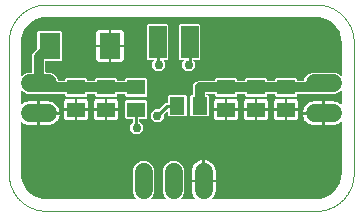
<source format=gbl>
G04 EAGLE Gerber X2 export*
G75*
%MOMM*%
%FSLAX35Y35*%
%LPD*%
%AMOC8*
5,1,8,0,0,1.08239X$1,22.5*%
G01*
%ADD10C,0.000000*%
%ADD11R,1.300000X1.500000*%
%ADD12R,1.500000X1.300000*%
%ADD13R,1.500000X2.700000*%
%ADD14C,1.524000*%
%ADD15R,1.800000X2.200000*%
%ADD16C,0.812800*%
%ADD17C,0.756400*%
%ADD18C,0.254000*%

G36*
X2093854Y1371608D02*
X2093854Y1371608D01*
X2093894Y1371601D01*
X2094825Y1371806D01*
X2095764Y1371996D01*
X2095798Y1372019D01*
X2095837Y1372028D01*
X2096614Y1372579D01*
X2097405Y1373122D01*
X2097427Y1373156D01*
X2097460Y1373179D01*
X2097958Y1373985D01*
X2098477Y1374798D01*
X2098484Y1374838D01*
X2098505Y1374873D01*
X2098650Y1375817D01*
X2098811Y1376760D01*
X2098801Y1376799D01*
X2098808Y1376839D01*
X2098572Y1377769D01*
X2098353Y1378696D01*
X2098328Y1378729D01*
X2098318Y1378768D01*
X2097349Y1380135D01*
X2081480Y1396003D01*
X2067559Y1429611D01*
X2067559Y1618389D01*
X2081480Y1651997D01*
X2107203Y1677719D01*
X2140811Y1691640D01*
X2177189Y1691640D01*
X2210797Y1677719D01*
X2236519Y1651997D01*
X2250440Y1618389D01*
X2250440Y1429611D01*
X2236519Y1396003D01*
X2220651Y1380135D01*
X2220629Y1380101D01*
X2220595Y1380078D01*
X2220077Y1379269D01*
X2219552Y1378476D01*
X2219544Y1378436D01*
X2219523Y1378402D01*
X2219363Y1377459D01*
X2219187Y1376520D01*
X2219196Y1376480D01*
X2219189Y1376440D01*
X2219410Y1375504D01*
X2219614Y1374576D01*
X2219638Y1374543D01*
X2219647Y1374503D01*
X2220216Y1373729D01*
X2220766Y1372953D01*
X2220800Y1372932D01*
X2220824Y1372899D01*
X2221652Y1372407D01*
X2222459Y1371908D01*
X2222499Y1371902D01*
X2222534Y1371881D01*
X2224186Y1371600D01*
X2347814Y1371600D01*
X2347854Y1371608D01*
X2347894Y1371601D01*
X2348825Y1371806D01*
X2349764Y1371996D01*
X2349798Y1372019D01*
X2349837Y1372028D01*
X2350614Y1372579D01*
X2351405Y1373122D01*
X2351427Y1373156D01*
X2351460Y1373179D01*
X2351958Y1373985D01*
X2352477Y1374798D01*
X2352484Y1374838D01*
X2352505Y1374873D01*
X2352650Y1375817D01*
X2352811Y1376760D01*
X2352801Y1376799D01*
X2352808Y1376839D01*
X2352572Y1377769D01*
X2352353Y1378696D01*
X2352328Y1378729D01*
X2352318Y1378768D01*
X2351349Y1380135D01*
X2335480Y1396003D01*
X2321559Y1429611D01*
X2321559Y1618389D01*
X2335480Y1651997D01*
X2361203Y1677719D01*
X2394811Y1691640D01*
X2431189Y1691640D01*
X2464797Y1677719D01*
X2490519Y1651997D01*
X2504440Y1618389D01*
X2504440Y1429611D01*
X2490519Y1396003D01*
X2474651Y1380135D01*
X2474629Y1380101D01*
X2474595Y1380078D01*
X2474077Y1379269D01*
X2473552Y1378476D01*
X2473544Y1378436D01*
X2473523Y1378402D01*
X2473363Y1377459D01*
X2473187Y1376520D01*
X2473196Y1376480D01*
X2473189Y1376440D01*
X2473410Y1375504D01*
X2473614Y1374576D01*
X2473638Y1374543D01*
X2473647Y1374503D01*
X2474216Y1373729D01*
X2474766Y1372953D01*
X2474800Y1372932D01*
X2474824Y1372899D01*
X2475652Y1372407D01*
X2476459Y1371908D01*
X2476499Y1371902D01*
X2476534Y1371881D01*
X2478186Y1371600D01*
X2587445Y1371600D01*
X2587485Y1371608D01*
X2587526Y1371601D01*
X2588461Y1371807D01*
X2589395Y1371996D01*
X2589429Y1372019D01*
X2589469Y1372028D01*
X2590249Y1372582D01*
X2591037Y1373122D01*
X2591059Y1373156D01*
X2591092Y1373180D01*
X2591593Y1373991D01*
X2592109Y1374798D01*
X2592116Y1374838D01*
X2592137Y1374873D01*
X2592283Y1375822D01*
X2592442Y1376760D01*
X2592433Y1376799D01*
X2592439Y1376840D01*
X2592204Y1377767D01*
X2591984Y1378696D01*
X2591960Y1378729D01*
X2591950Y1378769D01*
X2590980Y1380135D01*
X2589504Y1381611D01*
X2580103Y1394550D01*
X2572843Y1408798D01*
X2567901Y1424008D01*
X2565399Y1439803D01*
X2565399Y1514001D01*
X2661998Y1514001D01*
X2662078Y1514017D01*
X2662158Y1514003D01*
X2663052Y1514215D01*
X2663948Y1514397D01*
X2664015Y1514443D01*
X2664095Y1514461D01*
X2664835Y1515004D01*
X2665590Y1515522D01*
X2665633Y1515590D01*
X2665699Y1515638D01*
X2666169Y1516428D01*
X2666662Y1517198D01*
X2666675Y1517278D01*
X2666717Y1517348D01*
X2666998Y1519000D01*
X2666998Y1524002D01*
X2667002Y1524002D01*
X2667002Y1519000D01*
X2667018Y1518920D01*
X2667004Y1518840D01*
X2667216Y1517947D01*
X2667398Y1517050D01*
X2667444Y1516983D01*
X2667463Y1516904D01*
X2668005Y1516164D01*
X2668523Y1515409D01*
X2668592Y1515365D01*
X2668640Y1515299D01*
X2669429Y1514830D01*
X2670199Y1514337D01*
X2670279Y1514323D01*
X2670349Y1514281D01*
X2672001Y1514001D01*
X2768600Y1514001D01*
X2768600Y1439803D01*
X2766099Y1424008D01*
X2761156Y1408798D01*
X2753897Y1394550D01*
X2744496Y1381611D01*
X2743020Y1380135D01*
X2742997Y1380101D01*
X2742963Y1380078D01*
X2742443Y1379264D01*
X2741921Y1378476D01*
X2741913Y1378436D01*
X2741891Y1378402D01*
X2741730Y1377456D01*
X2741556Y1376520D01*
X2741564Y1376480D01*
X2741558Y1376440D01*
X2741778Y1375508D01*
X2741983Y1374577D01*
X2742006Y1374543D01*
X2742016Y1374503D01*
X2742581Y1373733D01*
X2743134Y1372954D01*
X2743168Y1372933D01*
X2743193Y1372899D01*
X2744018Y1372408D01*
X2744827Y1371908D01*
X2744867Y1371902D01*
X2744903Y1371881D01*
X2746554Y1371600D01*
X3619500Y1371600D01*
X3619645Y1371630D01*
X3619827Y1371611D01*
X3647355Y1373415D01*
X3647742Y1373521D01*
X3648322Y1373575D01*
X3701502Y1387824D01*
X3701913Y1388029D01*
X3702708Y1388324D01*
X3750388Y1415852D01*
X3750732Y1416156D01*
X3751423Y1416647D01*
X3790353Y1455577D01*
X3790606Y1455958D01*
X3791148Y1456612D01*
X3818676Y1504292D01*
X3818785Y1504619D01*
X3818889Y1504782D01*
X3818914Y1504929D01*
X3819175Y1505498D01*
X3833425Y1558678D01*
X3833449Y1559078D01*
X3833584Y1559645D01*
X3835389Y1587173D01*
X3835369Y1587320D01*
X3835399Y1587500D01*
X3835399Y2015945D01*
X3835391Y2015985D01*
X3835399Y2016026D01*
X3835193Y2016961D01*
X3835003Y2017895D01*
X3834980Y2017929D01*
X3834972Y2017969D01*
X3834423Y2018742D01*
X3833878Y2019537D01*
X3833843Y2019559D01*
X3833820Y2019592D01*
X3833009Y2020093D01*
X3832202Y2020609D01*
X3832162Y2020616D01*
X3832127Y2020637D01*
X3831178Y2020783D01*
X3830240Y2020942D01*
X3830200Y2020933D01*
X3830160Y2020939D01*
X3829233Y2020704D01*
X3828304Y2020484D01*
X3828271Y2020460D01*
X3828231Y2020450D01*
X3826865Y2019480D01*
X3825389Y2018004D01*
X3812450Y2008603D01*
X3798202Y2001343D01*
X3782991Y1996401D01*
X3767196Y1993899D01*
X3692999Y1993899D01*
X3692999Y2090498D01*
X3692983Y2090578D01*
X3692996Y2090658D01*
X3692785Y2091552D01*
X3692603Y2092448D01*
X3692557Y2092515D01*
X3692538Y2092595D01*
X3691995Y2093335D01*
X3691478Y2094090D01*
X3691409Y2094133D01*
X3691361Y2094199D01*
X3690572Y2094669D01*
X3689801Y2095162D01*
X3689721Y2095175D01*
X3689651Y2095217D01*
X3687999Y2095498D01*
X3682998Y2095498D01*
X3682998Y2095502D01*
X3687999Y2095502D01*
X3688079Y2095518D01*
X3688159Y2095504D01*
X3689053Y2095716D01*
X3689949Y2095898D01*
X3690016Y2095944D01*
X3690096Y2095963D01*
X3690836Y2096505D01*
X3691591Y2097023D01*
X3691634Y2097092D01*
X3691700Y2097140D01*
X3692170Y2097929D01*
X3692663Y2098699D01*
X3692676Y2098779D01*
X3692718Y2098849D01*
X3692999Y2100501D01*
X3692999Y2197100D01*
X3767196Y2197100D01*
X3782991Y2194599D01*
X3798202Y2189656D01*
X3812450Y2182397D01*
X3825389Y2172996D01*
X3826865Y2171520D01*
X3826898Y2171497D01*
X3826922Y2171463D01*
X3827735Y2170943D01*
X3828523Y2170421D01*
X3828563Y2170413D01*
X3828598Y2170391D01*
X3829544Y2170230D01*
X3830479Y2170056D01*
X3830519Y2170064D01*
X3830560Y2170058D01*
X3831492Y2170278D01*
X3832423Y2170483D01*
X3832457Y2170506D01*
X3832496Y2170516D01*
X3833267Y2171081D01*
X3834046Y2171634D01*
X3834067Y2171668D01*
X3834101Y2171693D01*
X3834592Y2172518D01*
X3835092Y2173327D01*
X3835098Y2173367D01*
X3835119Y2173403D01*
X3835399Y2175054D01*
X3835399Y2284314D01*
X3835391Y2284354D01*
X3835399Y2284394D01*
X3835194Y2285325D01*
X3835003Y2286264D01*
X3834980Y2286298D01*
X3834972Y2286337D01*
X3834420Y2287114D01*
X3833878Y2287905D01*
X3833844Y2287927D01*
X3833820Y2287960D01*
X3833014Y2288458D01*
X3832202Y2288977D01*
X3832161Y2288984D01*
X3832127Y2289005D01*
X3831183Y2289150D01*
X3830240Y2289311D01*
X3830201Y2289301D01*
X3830160Y2289308D01*
X3829231Y2289072D01*
X3828304Y2288853D01*
X3828271Y2288828D01*
X3828231Y2288818D01*
X3826865Y2287849D01*
X3810997Y2271980D01*
X3777389Y2258059D01*
X3588611Y2258059D01*
X3580935Y2261239D01*
X3580797Y2261266D01*
X3580674Y2261339D01*
X3579022Y2261619D01*
X3460740Y2261619D01*
X3460660Y2261603D01*
X3460580Y2261617D01*
X3459686Y2261405D01*
X3458790Y2261223D01*
X3458723Y2261178D01*
X3458643Y2261159D01*
X3457903Y2260616D01*
X3457148Y2260098D01*
X3457105Y2260030D01*
X3457039Y2259982D01*
X3456569Y2259193D01*
X3456076Y2258422D01*
X3456063Y2258342D01*
X3456021Y2258272D01*
X3455740Y2256620D01*
X3455740Y2246187D01*
X3446813Y2237259D01*
X3284187Y2237259D01*
X3275259Y2246187D01*
X3275259Y2256620D01*
X3275255Y2256640D01*
X3275257Y2256650D01*
X3275244Y2256704D01*
X3275257Y2256780D01*
X3275045Y2257673D01*
X3274863Y2258570D01*
X3274818Y2258637D01*
X3274799Y2258716D01*
X3274256Y2259456D01*
X3273738Y2260211D01*
X3273670Y2260255D01*
X3273622Y2260321D01*
X3272833Y2260790D01*
X3272062Y2261283D01*
X3271982Y2261297D01*
X3271912Y2261339D01*
X3270260Y2261619D01*
X3206740Y2261619D01*
X3206660Y2261603D01*
X3206580Y2261617D01*
X3205686Y2261405D01*
X3204790Y2261223D01*
X3204723Y2261178D01*
X3204643Y2261159D01*
X3203903Y2260616D01*
X3203148Y2260098D01*
X3203105Y2260030D01*
X3203039Y2259982D01*
X3202569Y2259193D01*
X3202076Y2258422D01*
X3202063Y2258342D01*
X3202021Y2258272D01*
X3201740Y2256620D01*
X3201740Y2246187D01*
X3192813Y2237259D01*
X3030187Y2237259D01*
X3021259Y2246187D01*
X3021259Y2256620D01*
X3021255Y2256640D01*
X3021257Y2256650D01*
X3021244Y2256704D01*
X3021257Y2256780D01*
X3021045Y2257673D01*
X3020863Y2258570D01*
X3020818Y2258637D01*
X3020799Y2258716D01*
X3020256Y2259456D01*
X3019738Y2260211D01*
X3019670Y2260255D01*
X3019622Y2260321D01*
X3018833Y2260790D01*
X3018062Y2261283D01*
X3017982Y2261297D01*
X3017912Y2261339D01*
X3016260Y2261619D01*
X2952740Y2261619D01*
X2952660Y2261603D01*
X2952580Y2261617D01*
X2951686Y2261405D01*
X2950790Y2261223D01*
X2950723Y2261178D01*
X2950643Y2261159D01*
X2949903Y2260616D01*
X2949148Y2260098D01*
X2949105Y2260030D01*
X2949039Y2259982D01*
X2948569Y2259193D01*
X2948076Y2258422D01*
X2948063Y2258342D01*
X2948021Y2258272D01*
X2947740Y2256620D01*
X2947740Y2246187D01*
X2938813Y2237259D01*
X2776187Y2237259D01*
X2767259Y2246187D01*
X2767259Y2256620D01*
X2767255Y2256640D01*
X2767257Y2256650D01*
X2767244Y2256704D01*
X2767257Y2256780D01*
X2767045Y2257673D01*
X2766863Y2258570D01*
X2766818Y2258637D01*
X2766799Y2258716D01*
X2766256Y2259456D01*
X2765738Y2260211D01*
X2765670Y2260255D01*
X2765622Y2260321D01*
X2764833Y2260790D01*
X2764062Y2261283D01*
X2763982Y2261297D01*
X2763912Y2261339D01*
X2762260Y2261619D01*
X2695880Y2261619D01*
X2695800Y2261603D01*
X2695720Y2261617D01*
X2694826Y2261405D01*
X2693930Y2261223D01*
X2693863Y2261178D01*
X2693783Y2261159D01*
X2693043Y2260616D01*
X2692288Y2260098D01*
X2692245Y2260030D01*
X2692179Y2259982D01*
X2691709Y2259193D01*
X2691216Y2258422D01*
X2691203Y2258342D01*
X2691161Y2258272D01*
X2690880Y2256620D01*
X2690880Y2254240D01*
X2690897Y2254160D01*
X2690883Y2254080D01*
X2691094Y2253186D01*
X2691276Y2252290D01*
X2691322Y2252223D01*
X2691341Y2252143D01*
X2691884Y2251403D01*
X2692402Y2250648D01*
X2692470Y2250605D01*
X2692518Y2250539D01*
X2693307Y2250069D01*
X2694078Y2249576D01*
X2694158Y2249563D01*
X2694228Y2249521D01*
X2695880Y2249240D01*
X2706313Y2249240D01*
X2715240Y2240313D01*
X2715240Y2077687D01*
X2706313Y2068759D01*
X2563687Y2068759D01*
X2554759Y2077687D01*
X2554759Y2240313D01*
X2563687Y2249240D01*
X2574120Y2249240D01*
X2574200Y2249257D01*
X2574280Y2249243D01*
X2575173Y2249454D01*
X2576070Y2249636D01*
X2576137Y2249682D01*
X2576216Y2249701D01*
X2576956Y2250244D01*
X2577711Y2250762D01*
X2577755Y2250830D01*
X2577821Y2250878D01*
X2578290Y2251667D01*
X2578783Y2252438D01*
X2578797Y2252518D01*
X2578839Y2252588D01*
X2579119Y2254240D01*
X2579119Y2328616D01*
X2587627Y2349154D01*
X2603346Y2364873D01*
X2623884Y2373380D01*
X2762260Y2373380D01*
X2762340Y2373397D01*
X2762420Y2373383D01*
X2763313Y2373594D01*
X2764210Y2373776D01*
X2764277Y2373822D01*
X2764356Y2373841D01*
X2765096Y2374384D01*
X2765851Y2374902D01*
X2765895Y2374970D01*
X2765961Y2375018D01*
X2766430Y2375807D01*
X2766923Y2376578D01*
X2766937Y2376658D01*
X2766979Y2376728D01*
X2767259Y2378380D01*
X2767259Y2388813D01*
X2776187Y2397740D01*
X2938813Y2397740D01*
X2947740Y2388813D01*
X2947740Y2378380D01*
X2947757Y2378300D01*
X2947743Y2378220D01*
X2947954Y2377326D01*
X2948136Y2376430D01*
X2948182Y2376363D01*
X2948201Y2376283D01*
X2948744Y2375543D01*
X2949262Y2374788D01*
X2949330Y2374745D01*
X2949378Y2374679D01*
X2950167Y2374209D01*
X2950938Y2373716D01*
X2951018Y2373703D01*
X2951088Y2373661D01*
X2952740Y2373380D01*
X3016260Y2373380D01*
X3016340Y2373397D01*
X3016420Y2373383D01*
X3017313Y2373594D01*
X3018210Y2373776D01*
X3018277Y2373822D01*
X3018356Y2373841D01*
X3019096Y2374384D01*
X3019851Y2374902D01*
X3019895Y2374970D01*
X3019961Y2375018D01*
X3020430Y2375807D01*
X3020923Y2376578D01*
X3020937Y2376658D01*
X3020979Y2376728D01*
X3021259Y2378380D01*
X3021259Y2388813D01*
X3030187Y2397740D01*
X3192813Y2397740D01*
X3201740Y2388813D01*
X3201740Y2378380D01*
X3201757Y2378300D01*
X3201743Y2378220D01*
X3201954Y2377326D01*
X3202136Y2376430D01*
X3202182Y2376363D01*
X3202201Y2376283D01*
X3202744Y2375543D01*
X3203262Y2374788D01*
X3203330Y2374745D01*
X3203378Y2374679D01*
X3204167Y2374209D01*
X3204938Y2373716D01*
X3205018Y2373703D01*
X3205088Y2373661D01*
X3206740Y2373380D01*
X3270260Y2373380D01*
X3270340Y2373397D01*
X3270420Y2373383D01*
X3271313Y2373594D01*
X3272210Y2373776D01*
X3272277Y2373822D01*
X3272356Y2373841D01*
X3273096Y2374384D01*
X3273851Y2374902D01*
X3273895Y2374970D01*
X3273961Y2375018D01*
X3274430Y2375807D01*
X3274923Y2376578D01*
X3274937Y2376658D01*
X3274979Y2376728D01*
X3275259Y2378380D01*
X3275259Y2388813D01*
X3284187Y2397740D01*
X3446813Y2397740D01*
X3455740Y2388813D01*
X3455740Y2378380D01*
X3455757Y2378300D01*
X3455743Y2378220D01*
X3455954Y2377326D01*
X3456136Y2376430D01*
X3456182Y2376363D01*
X3456201Y2376283D01*
X3456744Y2375543D01*
X3457262Y2374788D01*
X3457330Y2374745D01*
X3457378Y2374679D01*
X3458167Y2374209D01*
X3458938Y2373716D01*
X3459018Y2373703D01*
X3459088Y2373661D01*
X3460740Y2373380D01*
X3514377Y2373380D01*
X3514476Y2373401D01*
X3514576Y2373384D01*
X3515447Y2373598D01*
X3516327Y2373776D01*
X3516410Y2373834D01*
X3516509Y2373858D01*
X3517228Y2374394D01*
X3517968Y2374902D01*
X3518023Y2374987D01*
X3518104Y2375048D01*
X3518995Y2376467D01*
X3529280Y2401297D01*
X3555003Y2427019D01*
X3566698Y2431864D01*
X3566699Y2431864D01*
X3588611Y2440940D01*
X3777389Y2440940D01*
X3810997Y2427019D01*
X3826865Y2411151D01*
X3826898Y2411129D01*
X3826922Y2411095D01*
X3827731Y2410577D01*
X3828524Y2410052D01*
X3828564Y2410044D01*
X3828598Y2410023D01*
X3829540Y2409863D01*
X3830480Y2409687D01*
X3830520Y2409696D01*
X3830560Y2409689D01*
X3831495Y2409910D01*
X3832423Y2410114D01*
X3832456Y2410138D01*
X3832496Y2410147D01*
X3833271Y2410716D01*
X3834046Y2411266D01*
X3834068Y2411300D01*
X3834101Y2411324D01*
X3834593Y2412152D01*
X3835092Y2412959D01*
X3835098Y2412999D01*
X3835119Y2413034D01*
X3835399Y2414686D01*
X3835399Y2698750D01*
X3835370Y2698895D01*
X3835389Y2699077D01*
X3833584Y2726605D01*
X3833479Y2726992D01*
X3833425Y2727572D01*
X3819175Y2780752D01*
X3818971Y2781163D01*
X3818676Y2781958D01*
X3791148Y2829638D01*
X3790844Y2829982D01*
X3790353Y2830673D01*
X3751423Y2869603D01*
X3751042Y2869856D01*
X3750388Y2870398D01*
X3702708Y2897926D01*
X3702273Y2898071D01*
X3701502Y2898425D01*
X3648322Y2912675D01*
X3647921Y2912699D01*
X3647355Y2912834D01*
X3619828Y2914639D01*
X3619681Y2914619D01*
X3619501Y2914649D01*
X1333498Y2914649D01*
X1333353Y2914620D01*
X1333172Y2914639D01*
X1305645Y2912834D01*
X1305258Y2912729D01*
X1304678Y2912675D01*
X1251498Y2898425D01*
X1251087Y2898221D01*
X1250292Y2897926D01*
X1202612Y2870398D01*
X1202268Y2870094D01*
X1201577Y2869603D01*
X1162647Y2830673D01*
X1162394Y2830292D01*
X1161852Y2829638D01*
X1134324Y2781958D01*
X1134178Y2781523D01*
X1133824Y2780752D01*
X1119575Y2727572D01*
X1119550Y2727172D01*
X1119415Y2726605D01*
X1117611Y2699077D01*
X1117631Y2698930D01*
X1117600Y2698750D01*
X1117600Y2414686D01*
X1117608Y2414646D01*
X1117601Y2414606D01*
X1117806Y2413674D01*
X1117996Y2412736D01*
X1118019Y2412702D01*
X1118028Y2412663D01*
X1118579Y2411885D01*
X1119122Y2411095D01*
X1119156Y2411073D01*
X1119179Y2411040D01*
X1119985Y2410542D01*
X1120798Y2410023D01*
X1120838Y2410016D01*
X1120873Y2409994D01*
X1121817Y2409849D01*
X1122760Y2409689D01*
X1122799Y2409698D01*
X1122839Y2409692D01*
X1123769Y2409928D01*
X1124696Y2410147D01*
X1124729Y2410171D01*
X1124768Y2410181D01*
X1126135Y2411151D01*
X1142003Y2427019D01*
X1153698Y2431864D01*
X1153699Y2431864D01*
X1175611Y2440940D01*
X1209120Y2440940D01*
X1209200Y2440957D01*
X1209280Y2440943D01*
X1210173Y2441154D01*
X1211070Y2441336D01*
X1211137Y2441382D01*
X1211216Y2441401D01*
X1211956Y2441944D01*
X1212711Y2442462D01*
X1212755Y2442530D01*
X1212821Y2442578D01*
X1213290Y2443367D01*
X1213783Y2444138D01*
X1213797Y2444218D01*
X1213839Y2444288D01*
X1214119Y2445940D01*
X1214119Y2583866D01*
X1222627Y2604404D01*
X1257545Y2639322D01*
X1257612Y2639423D01*
X1257711Y2639496D01*
X1258161Y2640252D01*
X1258644Y2640981D01*
X1258666Y2641101D01*
X1258729Y2641205D01*
X1259009Y2642857D01*
X1259009Y2783313D01*
X1267937Y2792240D01*
X1460563Y2792240D01*
X1469490Y2783313D01*
X1469490Y2550687D01*
X1460563Y2541759D01*
X1330880Y2541759D01*
X1330800Y2541743D01*
X1330720Y2541757D01*
X1329826Y2541545D01*
X1328930Y2541363D01*
X1328863Y2541318D01*
X1328783Y2541299D01*
X1328043Y2540756D01*
X1327288Y2540238D01*
X1327245Y2540170D01*
X1327179Y2540122D01*
X1326709Y2539333D01*
X1326216Y2538562D01*
X1326203Y2538482D01*
X1326161Y2538412D01*
X1325880Y2536760D01*
X1325880Y2445940D01*
X1325897Y2445860D01*
X1325883Y2445780D01*
X1326094Y2444886D01*
X1326276Y2443990D01*
X1326322Y2443923D01*
X1326341Y2443843D01*
X1326884Y2443103D01*
X1327402Y2442348D01*
X1327470Y2442305D01*
X1327518Y2442239D01*
X1328307Y2441769D01*
X1329078Y2441276D01*
X1329158Y2441263D01*
X1329228Y2441221D01*
X1330880Y2440940D01*
X1364389Y2440940D01*
X1397997Y2427019D01*
X1423719Y2401297D01*
X1434004Y2376467D01*
X1434061Y2376383D01*
X1434084Y2376283D01*
X1434618Y2375556D01*
X1435117Y2374817D01*
X1435201Y2374762D01*
X1435262Y2374679D01*
X1436038Y2374217D01*
X1436784Y2373731D01*
X1436883Y2373713D01*
X1436971Y2373661D01*
X1438623Y2373380D01*
X1492260Y2373380D01*
X1492340Y2373397D01*
X1492420Y2373383D01*
X1493313Y2373594D01*
X1494210Y2373776D01*
X1494277Y2373822D01*
X1494356Y2373841D01*
X1495096Y2374384D01*
X1495851Y2374902D01*
X1495895Y2374970D01*
X1495961Y2375018D01*
X1496430Y2375807D01*
X1496923Y2376578D01*
X1496937Y2376658D01*
X1496979Y2376728D01*
X1497259Y2378380D01*
X1497259Y2388813D01*
X1506187Y2397740D01*
X1668813Y2397740D01*
X1677740Y2388813D01*
X1677740Y2378380D01*
X1677757Y2378300D01*
X1677743Y2378220D01*
X1677954Y2377326D01*
X1678136Y2376430D01*
X1678182Y2376363D01*
X1678201Y2376283D01*
X1678744Y2375543D01*
X1679262Y2374788D01*
X1679330Y2374745D01*
X1679378Y2374679D01*
X1680167Y2374209D01*
X1680938Y2373716D01*
X1681018Y2373703D01*
X1681088Y2373661D01*
X1682740Y2373380D01*
X1746260Y2373380D01*
X1746340Y2373397D01*
X1746420Y2373383D01*
X1747313Y2373594D01*
X1748210Y2373776D01*
X1748277Y2373822D01*
X1748356Y2373841D01*
X1749096Y2374384D01*
X1749851Y2374902D01*
X1749895Y2374970D01*
X1749961Y2375018D01*
X1750430Y2375807D01*
X1750923Y2376578D01*
X1750937Y2376658D01*
X1750979Y2376728D01*
X1751259Y2378380D01*
X1751259Y2388813D01*
X1760187Y2397740D01*
X1922813Y2397740D01*
X1931740Y2388813D01*
X1931740Y2378380D01*
X1931757Y2378300D01*
X1931743Y2378220D01*
X1931954Y2377326D01*
X1932136Y2376430D01*
X1932182Y2376363D01*
X1932201Y2376283D01*
X1932744Y2375543D01*
X1933262Y2374788D01*
X1933330Y2374745D01*
X1933378Y2374679D01*
X1934167Y2374209D01*
X1934938Y2373716D01*
X1935018Y2373703D01*
X1935088Y2373661D01*
X1936740Y2373380D01*
X2000260Y2373380D01*
X2000340Y2373397D01*
X2000420Y2373383D01*
X2001313Y2373594D01*
X2002210Y2373776D01*
X2002277Y2373822D01*
X2002356Y2373841D01*
X2003096Y2374384D01*
X2003851Y2374902D01*
X2003895Y2374970D01*
X2003961Y2375018D01*
X2004430Y2375807D01*
X2004923Y2376578D01*
X2004937Y2376658D01*
X2004979Y2376728D01*
X2005259Y2378380D01*
X2005259Y2388813D01*
X2014187Y2397740D01*
X2176813Y2397740D01*
X2185740Y2388813D01*
X2185740Y2246187D01*
X2176813Y2237259D01*
X2014187Y2237259D01*
X2005259Y2246187D01*
X2005259Y2256620D01*
X2005255Y2256640D01*
X2005257Y2256650D01*
X2005244Y2256704D01*
X2005257Y2256780D01*
X2005045Y2257673D01*
X2004863Y2258570D01*
X2004818Y2258637D01*
X2004799Y2258716D01*
X2004256Y2259456D01*
X2003738Y2260211D01*
X2003670Y2260255D01*
X2003622Y2260321D01*
X2002833Y2260790D01*
X2002062Y2261283D01*
X2001982Y2261297D01*
X2001912Y2261339D01*
X2000260Y2261619D01*
X1936740Y2261619D01*
X1936660Y2261603D01*
X1936580Y2261617D01*
X1935686Y2261405D01*
X1934790Y2261223D01*
X1934723Y2261178D01*
X1934643Y2261159D01*
X1933903Y2260616D01*
X1933148Y2260098D01*
X1933105Y2260030D01*
X1933039Y2259982D01*
X1932569Y2259193D01*
X1932076Y2258422D01*
X1932063Y2258342D01*
X1932021Y2258272D01*
X1931740Y2256620D01*
X1931740Y2246187D01*
X1922813Y2237259D01*
X1760187Y2237259D01*
X1751259Y2246187D01*
X1751259Y2256620D01*
X1751255Y2256640D01*
X1751257Y2256650D01*
X1751244Y2256704D01*
X1751257Y2256780D01*
X1751045Y2257673D01*
X1750863Y2258570D01*
X1750818Y2258637D01*
X1750799Y2258716D01*
X1750256Y2259456D01*
X1749738Y2260211D01*
X1749670Y2260255D01*
X1749622Y2260321D01*
X1748833Y2260790D01*
X1748062Y2261283D01*
X1747982Y2261297D01*
X1747912Y2261339D01*
X1746260Y2261619D01*
X1682740Y2261619D01*
X1682660Y2261603D01*
X1682580Y2261617D01*
X1681686Y2261405D01*
X1680790Y2261223D01*
X1680723Y2261178D01*
X1680643Y2261159D01*
X1679903Y2260616D01*
X1679148Y2260098D01*
X1679105Y2260030D01*
X1679039Y2259982D01*
X1678569Y2259193D01*
X1678076Y2258422D01*
X1678063Y2258342D01*
X1678021Y2258272D01*
X1677740Y2256620D01*
X1677740Y2246187D01*
X1668813Y2237259D01*
X1506187Y2237259D01*
X1497259Y2246187D01*
X1497259Y2256620D01*
X1497255Y2256640D01*
X1497257Y2256650D01*
X1497244Y2256704D01*
X1497257Y2256780D01*
X1497045Y2257673D01*
X1496863Y2258570D01*
X1496818Y2258637D01*
X1496799Y2258716D01*
X1496256Y2259456D01*
X1495738Y2260211D01*
X1495670Y2260255D01*
X1495622Y2260321D01*
X1494833Y2260790D01*
X1494062Y2261283D01*
X1493982Y2261297D01*
X1493912Y2261339D01*
X1492260Y2261619D01*
X1373978Y2261619D01*
X1373838Y2261591D01*
X1373698Y2261612D01*
X1372064Y2261239D01*
X1364389Y2258059D01*
X1175611Y2258059D01*
X1142003Y2271980D01*
X1126135Y2287849D01*
X1126101Y2287871D01*
X1126078Y2287905D01*
X1125269Y2288423D01*
X1124476Y2288948D01*
X1124436Y2288955D01*
X1124402Y2288977D01*
X1123459Y2289137D01*
X1122520Y2289313D01*
X1122480Y2289304D01*
X1122440Y2289311D01*
X1121504Y2289089D01*
X1120576Y2288885D01*
X1120543Y2288862D01*
X1120503Y2288853D01*
X1119729Y2288284D01*
X1118953Y2287734D01*
X1118932Y2287700D01*
X1118899Y2287675D01*
X1118407Y2286848D01*
X1117908Y2286041D01*
X1117902Y2286001D01*
X1117881Y2285966D01*
X1117600Y2284314D01*
X1117600Y2175054D01*
X1117608Y2175014D01*
X1117601Y2174974D01*
X1117807Y2174039D01*
X1117996Y2173104D01*
X1118019Y2173071D01*
X1118028Y2173031D01*
X1118582Y2172251D01*
X1119122Y2171463D01*
X1119156Y2171441D01*
X1119180Y2171408D01*
X1119991Y2170907D01*
X1120798Y2170391D01*
X1120838Y2170384D01*
X1120873Y2170363D01*
X1121822Y2170217D01*
X1122760Y2170058D01*
X1122799Y2170067D01*
X1122840Y2170061D01*
X1123767Y2170296D01*
X1124696Y2170516D01*
X1124729Y2170540D01*
X1124769Y2170550D01*
X1126135Y2171520D01*
X1127611Y2172996D01*
X1140550Y2182397D01*
X1154798Y2189656D01*
X1170008Y2194599D01*
X1185803Y2197100D01*
X1260001Y2197100D01*
X1260001Y2100501D01*
X1260017Y2100422D01*
X1260003Y2100341D01*
X1260215Y2099448D01*
X1260397Y2098551D01*
X1260443Y2098484D01*
X1260461Y2098405D01*
X1261004Y2097665D01*
X1261522Y2096910D01*
X1261590Y2096866D01*
X1261638Y2096801D01*
X1262428Y2096331D01*
X1263198Y2095838D01*
X1263278Y2095824D01*
X1263348Y2095783D01*
X1265000Y2095502D01*
X1270002Y2095502D01*
X1270002Y2095498D01*
X1265000Y2095498D01*
X1264920Y2095482D01*
X1264840Y2095495D01*
X1263947Y2095284D01*
X1263050Y2095102D01*
X1262983Y2095056D01*
X1262904Y2095037D01*
X1262164Y2094494D01*
X1261409Y2093977D01*
X1261365Y2093908D01*
X1261299Y2093860D01*
X1260830Y2093071D01*
X1260337Y2092300D01*
X1260323Y2092220D01*
X1260281Y2092150D01*
X1260001Y2090498D01*
X1260001Y1993899D01*
X1185803Y1993899D01*
X1170008Y1996401D01*
X1154798Y2001343D01*
X1140550Y2008603D01*
X1127611Y2018004D01*
X1126135Y2019480D01*
X1126101Y2019503D01*
X1126078Y2019537D01*
X1125264Y2020057D01*
X1124476Y2020579D01*
X1124436Y2020587D01*
X1124402Y2020609D01*
X1123456Y2020769D01*
X1122520Y2020944D01*
X1122480Y2020935D01*
X1122440Y2020942D01*
X1121508Y2020722D01*
X1120577Y2020517D01*
X1120543Y2020493D01*
X1120503Y2020484D01*
X1119733Y2019918D01*
X1118954Y2019366D01*
X1118933Y2019331D01*
X1118899Y2019307D01*
X1118408Y2018482D01*
X1117908Y2017673D01*
X1117902Y2017633D01*
X1117881Y2017597D01*
X1117600Y2015945D01*
X1117600Y1587500D01*
X1117630Y1587355D01*
X1117611Y1587173D01*
X1119415Y1559645D01*
X1119521Y1559258D01*
X1119575Y1558678D01*
X1133824Y1505498D01*
X1134029Y1505087D01*
X1134207Y1504608D01*
X1134235Y1504487D01*
X1134268Y1504443D01*
X1134324Y1504292D01*
X1161852Y1456612D01*
X1162156Y1456268D01*
X1162647Y1455577D01*
X1201577Y1416647D01*
X1201958Y1416394D01*
X1202612Y1415852D01*
X1250292Y1388324D01*
X1250726Y1388178D01*
X1251498Y1387824D01*
X1304678Y1373575D01*
X1305078Y1373550D01*
X1305645Y1373415D01*
X1333173Y1371611D01*
X1333320Y1371631D01*
X1333500Y1371600D01*
X2093814Y1371600D01*
X2093854Y1371608D01*
G37*
%LPC*%
G36*
X2518021Y2455189D02*
X2518021Y2455189D01*
X2486939Y2486271D01*
X2486939Y2530228D01*
X2497686Y2540975D01*
X2497708Y2541008D01*
X2497743Y2541032D01*
X2498260Y2541841D01*
X2498785Y2542634D01*
X2498793Y2542674D01*
X2498815Y2542708D01*
X2498975Y2543650D01*
X2499150Y2544590D01*
X2499141Y2544630D01*
X2499148Y2544670D01*
X2498927Y2545605D01*
X2498723Y2546533D01*
X2498699Y2546566D01*
X2498690Y2546606D01*
X2498122Y2547381D01*
X2497572Y2548156D01*
X2497537Y2548178D01*
X2497513Y2548211D01*
X2496686Y2548703D01*
X2495878Y2549202D01*
X2495838Y2549208D01*
X2495803Y2549229D01*
X2494151Y2549509D01*
X2466687Y2549509D01*
X2457759Y2558437D01*
X2457759Y2841063D01*
X2466687Y2849990D01*
X2629313Y2849990D01*
X2638240Y2841063D01*
X2638240Y2558437D01*
X2629313Y2549509D01*
X2585848Y2549509D01*
X2585808Y2549501D01*
X2585768Y2549509D01*
X2584837Y2549304D01*
X2583898Y2549113D01*
X2583865Y2549090D01*
X2583825Y2549082D01*
X2583048Y2548530D01*
X2582257Y2547988D01*
X2582235Y2547954D01*
X2582202Y2547930D01*
X2581698Y2547113D01*
X2581185Y2546312D01*
X2581178Y2546271D01*
X2581157Y2546237D01*
X2581012Y2545293D01*
X2580852Y2544350D01*
X2580861Y2544311D01*
X2580855Y2544270D01*
X2581090Y2543341D01*
X2581310Y2542414D01*
X2581334Y2542381D01*
X2581344Y2542341D01*
X2582313Y2540975D01*
X2593060Y2530228D01*
X2593060Y2486271D01*
X2561978Y2455189D01*
X2518021Y2455189D01*
G37*
%LPD*%
%LPC*%
G36*
X2264021Y2455189D02*
X2264021Y2455189D01*
X2232939Y2486271D01*
X2232939Y2530228D01*
X2241686Y2538975D01*
X2241708Y2539008D01*
X2241743Y2539032D01*
X2242260Y2539841D01*
X2242785Y2540634D01*
X2242793Y2540674D01*
X2242815Y2540708D01*
X2242975Y2541650D01*
X2243150Y2542590D01*
X2243141Y2542630D01*
X2243148Y2542670D01*
X2242927Y2543605D01*
X2242723Y2544533D01*
X2242699Y2544566D01*
X2242690Y2544606D01*
X2242122Y2545381D01*
X2241572Y2546156D01*
X2241537Y2546178D01*
X2241513Y2546211D01*
X2240686Y2546703D01*
X2239878Y2547202D01*
X2239838Y2547208D01*
X2239803Y2547229D01*
X2238151Y2547509D01*
X2196687Y2547509D01*
X2187759Y2556437D01*
X2187759Y2839063D01*
X2196687Y2847990D01*
X2359313Y2847990D01*
X2368240Y2839063D01*
X2368240Y2556437D01*
X2359313Y2547509D01*
X2333848Y2547509D01*
X2333808Y2547501D01*
X2333768Y2547509D01*
X2332837Y2547304D01*
X2331898Y2547113D01*
X2331865Y2547090D01*
X2331825Y2547082D01*
X2331048Y2546530D01*
X2330257Y2545988D01*
X2330235Y2545954D01*
X2330202Y2545930D01*
X2329705Y2545124D01*
X2329185Y2544312D01*
X2329178Y2544271D01*
X2329157Y2544237D01*
X2329012Y2543293D01*
X2328852Y2542350D01*
X2328861Y2542311D01*
X2328855Y2542270D01*
X2329088Y2541349D01*
X2329310Y2540414D01*
X2329334Y2540380D01*
X2329344Y2540341D01*
X2330313Y2538975D01*
X2339060Y2530228D01*
X2339060Y2486271D01*
X2307978Y2455189D01*
X2264021Y2455189D01*
G37*
%LPD*%
%LPC*%
G36*
X2253021Y2021939D02*
X2253021Y2021939D01*
X2221939Y2053021D01*
X2221939Y2096978D01*
X2253021Y2128060D01*
X2286476Y2128060D01*
X2286595Y2128084D01*
X2286715Y2128066D01*
X2287567Y2128282D01*
X2288426Y2128456D01*
X2288526Y2128525D01*
X2288644Y2128555D01*
X2290011Y2129525D01*
X2347426Y2186940D01*
X2359760Y2186940D01*
X2359840Y2186957D01*
X2359920Y2186943D01*
X2360813Y2187154D01*
X2361710Y2187336D01*
X2361777Y2187382D01*
X2361856Y2187401D01*
X2362596Y2187944D01*
X2363351Y2188462D01*
X2363395Y2188530D01*
X2363461Y2188578D01*
X2363930Y2189367D01*
X2364423Y2190138D01*
X2364437Y2190218D01*
X2364479Y2190288D01*
X2364759Y2191940D01*
X2364759Y2240313D01*
X2373687Y2249240D01*
X2516313Y2249240D01*
X2525240Y2240313D01*
X2525240Y2077687D01*
X2516313Y2068759D01*
X2373687Y2068759D01*
X2364759Y2077687D01*
X2364759Y2113176D01*
X2364751Y2113216D01*
X2364759Y2113256D01*
X2364554Y2114188D01*
X2364363Y2115126D01*
X2364340Y2115160D01*
X2364332Y2115200D01*
X2363784Y2115972D01*
X2363238Y2116768D01*
X2363204Y2116789D01*
X2363180Y2116823D01*
X2362374Y2117320D01*
X2361562Y2117840D01*
X2361521Y2117847D01*
X2361487Y2117868D01*
X2360543Y2118013D01*
X2359600Y2118173D01*
X2359561Y2118164D01*
X2359520Y2118170D01*
X2358593Y2117935D01*
X2357664Y2117715D01*
X2357631Y2117691D01*
X2357592Y2117681D01*
X2356225Y2116711D01*
X2329525Y2090011D01*
X2329516Y2089998D01*
X2329503Y2089989D01*
X2329448Y2089903D01*
X2329359Y2089837D01*
X2328909Y2089081D01*
X2328426Y2088352D01*
X2328403Y2088232D01*
X2328341Y2088128D01*
X2328060Y2086476D01*
X2328060Y2053021D01*
X2296978Y2021939D01*
X2253021Y2021939D01*
G37*
%LPD*%
%LPC*%
G36*
X2078021Y1921939D02*
X2078021Y1921939D01*
X2046939Y1953021D01*
X2046939Y1996978D01*
X2066095Y2016134D01*
X2066162Y2016235D01*
X2066261Y2016308D01*
X2066711Y2017063D01*
X2067194Y2017793D01*
X2067216Y2017913D01*
X2067279Y2018017D01*
X2067559Y2019669D01*
X2067559Y2042260D01*
X2067543Y2042340D01*
X2067557Y2042420D01*
X2067345Y2043313D01*
X2067163Y2044210D01*
X2067118Y2044277D01*
X2067099Y2044356D01*
X2066556Y2045096D01*
X2066038Y2045851D01*
X2065970Y2045895D01*
X2065922Y2045961D01*
X2065133Y2046430D01*
X2064362Y2046923D01*
X2064282Y2046937D01*
X2064212Y2046979D01*
X2062560Y2047259D01*
X2014187Y2047259D01*
X2005259Y2056187D01*
X2005259Y2198813D01*
X2014187Y2207740D01*
X2176813Y2207740D01*
X2185740Y2198813D01*
X2185740Y2056187D01*
X2176813Y2047259D01*
X2128440Y2047259D01*
X2128360Y2047243D01*
X2128280Y2047257D01*
X2127386Y2047045D01*
X2126490Y2046863D01*
X2126423Y2046818D01*
X2126343Y2046799D01*
X2125603Y2046256D01*
X2124848Y2045738D01*
X2124805Y2045670D01*
X2124739Y2045622D01*
X2124269Y2044833D01*
X2123776Y2044062D01*
X2123763Y2043982D01*
X2123721Y2043912D01*
X2123440Y2042260D01*
X2123440Y2028669D01*
X2123464Y2028550D01*
X2123446Y2028429D01*
X2123662Y2027578D01*
X2123836Y2026719D01*
X2123905Y2026619D01*
X2123935Y2026501D01*
X2124905Y2025134D01*
X2153060Y1996978D01*
X2153060Y1953021D01*
X2121978Y1921939D01*
X2078021Y1921939D01*
G37*
%LPD*%
%LPC*%
G36*
X2676999Y1533999D02*
X2676999Y1533999D01*
X2676999Y1701483D01*
X2690791Y1699299D01*
X2706002Y1694356D01*
X2720250Y1687097D01*
X2733189Y1677696D01*
X2744496Y1666389D01*
X2753897Y1653450D01*
X2761156Y1639202D01*
X2766099Y1623991D01*
X2768600Y1608196D01*
X2768600Y1533999D01*
X2676999Y1533999D01*
G37*
%LPD*%
%LPC*%
G36*
X1279999Y2105499D02*
X1279999Y2105499D01*
X1279999Y2197100D01*
X1354196Y2197100D01*
X1369991Y2194599D01*
X1385202Y2189656D01*
X1399450Y2182397D01*
X1412389Y2172996D01*
X1423696Y2161689D01*
X1433097Y2148750D01*
X1440356Y2134502D01*
X1445299Y2119291D01*
X1447483Y2105499D01*
X1279999Y2105499D01*
G37*
%LPD*%
%LPC*%
G36*
X3505517Y2105499D02*
X3505517Y2105499D01*
X3507701Y2119291D01*
X3512643Y2134502D01*
X3519903Y2148750D01*
X3529304Y2161689D01*
X3540611Y2172996D01*
X3553550Y2182397D01*
X3567798Y2189656D01*
X3583008Y2194599D01*
X3598803Y2197100D01*
X3673001Y2197100D01*
X3673001Y2105499D01*
X3505517Y2105499D01*
G37*
%LPD*%
%LPC*%
G36*
X2565399Y1533999D02*
X2565399Y1533999D01*
X2565399Y1608196D01*
X2567901Y1623991D01*
X2572843Y1639202D01*
X2580103Y1653450D01*
X2589504Y1666389D01*
X2600811Y1677696D01*
X2613750Y1687097D01*
X2627998Y1694356D01*
X2643208Y1699299D01*
X2657001Y1701483D01*
X2657001Y1533999D01*
X2565399Y1533999D01*
G37*
%LPD*%
%LPC*%
G36*
X1279999Y1993899D02*
X1279999Y1993899D01*
X1279999Y2085501D01*
X1447483Y2085501D01*
X1445299Y2071708D01*
X1440356Y2056498D01*
X1433097Y2042250D01*
X1423696Y2029311D01*
X1412389Y2018004D01*
X1399450Y2008603D01*
X1385202Y2001343D01*
X1369991Y1996401D01*
X1354196Y1993899D01*
X1279999Y1993899D01*
G37*
%LPD*%
%LPC*%
G36*
X3598803Y1993899D02*
X3598803Y1993899D01*
X3583008Y1996401D01*
X3567798Y2001343D01*
X3553550Y2008603D01*
X3540611Y2018004D01*
X3529304Y2029311D01*
X3519903Y2042250D01*
X3512643Y2056498D01*
X3507701Y2071708D01*
X3505517Y2085501D01*
X3673001Y2085501D01*
X3673001Y1993899D01*
X3598803Y1993899D01*
G37*
%LPD*%
%LPC*%
G36*
X1884248Y2676998D02*
X1884248Y2676998D01*
X1884248Y2802400D01*
X1967594Y2802400D01*
X1974054Y2800670D01*
X1979847Y2797325D01*
X1984575Y2792597D01*
X1987920Y2786804D01*
X1989650Y2780344D01*
X1989650Y2676998D01*
X1884248Y2676998D01*
G37*
%LPD*%
%LPC*%
G36*
X1758849Y2676998D02*
X1758849Y2676998D01*
X1758849Y2780344D01*
X1760580Y2786804D01*
X1763925Y2792597D01*
X1768653Y2797325D01*
X1774446Y2800670D01*
X1780906Y2802400D01*
X1864251Y2802400D01*
X1864251Y2676998D01*
X1758849Y2676998D01*
G37*
%LPD*%
%LPC*%
G36*
X1884248Y2531599D02*
X1884248Y2531599D01*
X1884248Y2657001D01*
X1989650Y2657001D01*
X1989650Y2553656D01*
X1987920Y2547196D01*
X1984575Y2541403D01*
X1979847Y2536675D01*
X1974054Y2533330D01*
X1967594Y2531599D01*
X1884248Y2531599D01*
G37*
%LPD*%
%LPC*%
G36*
X1780906Y2531599D02*
X1780906Y2531599D01*
X1774446Y2533330D01*
X1768653Y2536675D01*
X1763925Y2541403D01*
X1760580Y2547196D01*
X1758849Y2553656D01*
X1758849Y2657001D01*
X1864251Y2657001D01*
X1864251Y2531599D01*
X1780906Y2531599D01*
G37*
%LPD*%
%LPC*%
G36*
X1851498Y2137498D02*
X1851498Y2137498D01*
X1851498Y2217900D01*
X1919844Y2217900D01*
X1926304Y2216170D01*
X1932097Y2212825D01*
X1936825Y2208097D01*
X1940170Y2202304D01*
X1941900Y2195844D01*
X1941900Y2137498D01*
X1851498Y2137498D01*
G37*
%LPD*%
%LPC*%
G36*
X1597498Y2137498D02*
X1597498Y2137498D01*
X1597498Y2217900D01*
X1665844Y2217900D01*
X1672304Y2216170D01*
X1678097Y2212825D01*
X1682825Y2208097D01*
X1686170Y2202304D01*
X1687900Y2195844D01*
X1687900Y2137498D01*
X1597498Y2137498D01*
G37*
%LPD*%
%LPC*%
G36*
X2867498Y2137498D02*
X2867498Y2137498D01*
X2867498Y2217900D01*
X2935844Y2217900D01*
X2942304Y2216170D01*
X2948097Y2212825D01*
X2952825Y2208097D01*
X2956170Y2202304D01*
X2957900Y2195844D01*
X2957900Y2137498D01*
X2867498Y2137498D01*
G37*
%LPD*%
%LPC*%
G36*
X3375498Y2137498D02*
X3375498Y2137498D01*
X3375498Y2217900D01*
X3443844Y2217900D01*
X3450304Y2216170D01*
X3456097Y2212825D01*
X3460825Y2208097D01*
X3464170Y2202304D01*
X3465900Y2195844D01*
X3465900Y2137498D01*
X3375498Y2137498D01*
G37*
%LPD*%
%LPC*%
G36*
X3121498Y2137498D02*
X3121498Y2137498D01*
X3121498Y2217900D01*
X3189844Y2217900D01*
X3196304Y2216170D01*
X3202097Y2212825D01*
X3206825Y2208097D01*
X3210170Y2202304D01*
X3211900Y2195844D01*
X3211900Y2137498D01*
X3121498Y2137498D01*
G37*
%LPD*%
%LPC*%
G36*
X2757099Y2137498D02*
X2757099Y2137498D01*
X2757099Y2195844D01*
X2758830Y2202304D01*
X2762175Y2208097D01*
X2766903Y2212825D01*
X2772696Y2216170D01*
X2779156Y2217900D01*
X2847501Y2217900D01*
X2847501Y2137498D01*
X2757099Y2137498D01*
G37*
%LPD*%
%LPC*%
G36*
X3011099Y2137498D02*
X3011099Y2137498D01*
X3011099Y2195844D01*
X3012830Y2202304D01*
X3016175Y2208097D01*
X3020903Y2212825D01*
X3026696Y2216170D01*
X3033156Y2217900D01*
X3101501Y2217900D01*
X3101501Y2137498D01*
X3011099Y2137498D01*
G37*
%LPD*%
%LPC*%
G36*
X3265099Y2137498D02*
X3265099Y2137498D01*
X3265099Y2195844D01*
X3266830Y2202304D01*
X3270175Y2208097D01*
X3274903Y2212825D01*
X3280696Y2216170D01*
X3287156Y2217900D01*
X3355501Y2217900D01*
X3355501Y2137498D01*
X3265099Y2137498D01*
G37*
%LPD*%
%LPC*%
G36*
X1741099Y2137498D02*
X1741099Y2137498D01*
X1741099Y2195844D01*
X1742830Y2202304D01*
X1746175Y2208097D01*
X1750903Y2212825D01*
X1756696Y2216170D01*
X1763156Y2217900D01*
X1831501Y2217900D01*
X1831501Y2137498D01*
X1741099Y2137498D01*
G37*
%LPD*%
%LPC*%
G36*
X1487099Y2137498D02*
X1487099Y2137498D01*
X1487099Y2195844D01*
X1488830Y2202304D01*
X1492175Y2208097D01*
X1496903Y2212825D01*
X1502696Y2216170D01*
X1509156Y2217900D01*
X1577501Y2217900D01*
X1577501Y2137498D01*
X1487099Y2137498D01*
G37*
%LPD*%
%LPC*%
G36*
X2867498Y2037099D02*
X2867498Y2037099D01*
X2867498Y2117501D01*
X2957900Y2117501D01*
X2957900Y2059156D01*
X2956170Y2052696D01*
X2952825Y2046903D01*
X2948097Y2042175D01*
X2942304Y2038830D01*
X2935844Y2037099D01*
X2867498Y2037099D01*
G37*
%LPD*%
%LPC*%
G36*
X3375498Y2037099D02*
X3375498Y2037099D01*
X3375498Y2117501D01*
X3465900Y2117501D01*
X3465900Y2059156D01*
X3464170Y2052696D01*
X3460825Y2046903D01*
X3456097Y2042175D01*
X3450304Y2038830D01*
X3443844Y2037099D01*
X3375498Y2037099D01*
G37*
%LPD*%
%LPC*%
G36*
X3121498Y2037099D02*
X3121498Y2037099D01*
X3121498Y2117501D01*
X3211900Y2117501D01*
X3211900Y2059156D01*
X3210170Y2052696D01*
X3206825Y2046903D01*
X3202097Y2042175D01*
X3196304Y2038830D01*
X3189844Y2037099D01*
X3121498Y2037099D01*
G37*
%LPD*%
%LPC*%
G36*
X1851498Y2037099D02*
X1851498Y2037099D01*
X1851498Y2117501D01*
X1941900Y2117501D01*
X1941900Y2059156D01*
X1940170Y2052696D01*
X1936825Y2046903D01*
X1932097Y2042175D01*
X1926304Y2038830D01*
X1919844Y2037099D01*
X1851498Y2037099D01*
G37*
%LPD*%
%LPC*%
G36*
X1597498Y2037099D02*
X1597498Y2037099D01*
X1597498Y2117501D01*
X1687900Y2117501D01*
X1687900Y2059156D01*
X1686170Y2052696D01*
X1682825Y2046903D01*
X1678097Y2042175D01*
X1672304Y2038830D01*
X1665844Y2037099D01*
X1597498Y2037099D01*
G37*
%LPD*%
%LPC*%
G36*
X3033156Y2037099D02*
X3033156Y2037099D01*
X3026696Y2038830D01*
X3020903Y2042175D01*
X3016175Y2046903D01*
X3012830Y2052696D01*
X3011099Y2059156D01*
X3011099Y2117501D01*
X3101501Y2117501D01*
X3101501Y2037099D01*
X3033156Y2037099D01*
G37*
%LPD*%
%LPC*%
G36*
X3287156Y2037099D02*
X3287156Y2037099D01*
X3280696Y2038830D01*
X3274903Y2042175D01*
X3270175Y2046903D01*
X3266830Y2052696D01*
X3265099Y2059156D01*
X3265099Y2117501D01*
X3355501Y2117501D01*
X3355501Y2037099D01*
X3287156Y2037099D01*
G37*
%LPD*%
%LPC*%
G36*
X2779156Y2037099D02*
X2779156Y2037099D01*
X2772696Y2038830D01*
X2766903Y2042175D01*
X2762175Y2046903D01*
X2758830Y2052696D01*
X2757099Y2059156D01*
X2757099Y2117501D01*
X2847501Y2117501D01*
X2847501Y2037099D01*
X2779156Y2037099D01*
G37*
%LPD*%
%LPC*%
G36*
X1763156Y2037099D02*
X1763156Y2037099D01*
X1756696Y2038830D01*
X1750903Y2042175D01*
X1746175Y2046903D01*
X1742830Y2052696D01*
X1741099Y2059156D01*
X1741099Y2117501D01*
X1831501Y2117501D01*
X1831501Y2037099D01*
X1763156Y2037099D01*
G37*
%LPD*%
%LPC*%
G36*
X1509156Y2037099D02*
X1509156Y2037099D01*
X1502696Y2038830D01*
X1496903Y2042175D01*
X1492175Y2046903D01*
X1488830Y2052696D01*
X1487099Y2059156D01*
X1487099Y2117501D01*
X1577501Y2117501D01*
X1577501Y2037099D01*
X1509156Y2037099D01*
G37*
%LPD*%
%LPC*%
G36*
X1874248Y2666998D02*
X1874248Y2666998D01*
X1874248Y2667002D01*
X1874252Y2667002D01*
X1874252Y2666998D01*
X1874248Y2666998D01*
G37*
%LPD*%
%LPC*%
G36*
X1841498Y2127498D02*
X1841498Y2127498D01*
X1841498Y2127502D01*
X1841502Y2127502D01*
X1841502Y2127498D01*
X1841498Y2127498D01*
G37*
%LPD*%
%LPC*%
G36*
X1587498Y2127498D02*
X1587498Y2127498D01*
X1587498Y2127502D01*
X1587502Y2127502D01*
X1587502Y2127498D01*
X1587498Y2127498D01*
G37*
%LPD*%
%LPC*%
G36*
X3111498Y2127498D02*
X3111498Y2127498D01*
X3111498Y2127502D01*
X3111502Y2127502D01*
X3111502Y2127498D01*
X3111498Y2127498D01*
G37*
%LPD*%
%LPC*%
G36*
X3365498Y2127498D02*
X3365498Y2127498D01*
X3365498Y2127502D01*
X3365502Y2127502D01*
X3365502Y2127498D01*
X3365498Y2127498D01*
G37*
%LPD*%
%LPC*%
G36*
X2857498Y2127498D02*
X2857498Y2127498D01*
X2857498Y2127502D01*
X2857502Y2127502D01*
X2857502Y2127498D01*
X2857498Y2127498D01*
G37*
%LPD*%
D10*
X1016000Y1587500D02*
X1016093Y1579828D01*
X1016371Y1572161D01*
X1016834Y1564502D01*
X1017482Y1556857D01*
X1018315Y1549230D01*
X1019332Y1541625D01*
X1020532Y1534047D01*
X1021915Y1526500D01*
X1023480Y1518989D01*
X1025226Y1511517D01*
X1027152Y1504090D01*
X1029257Y1496712D01*
X1031540Y1489387D01*
X1033998Y1482119D01*
X1036632Y1474913D01*
X1039440Y1467772D01*
X1042418Y1460702D01*
X1045567Y1453705D01*
X1048884Y1446787D01*
X1052368Y1439950D01*
X1056015Y1433200D01*
X1059825Y1426540D01*
X1063794Y1419974D01*
X1067921Y1413506D01*
X1072203Y1407139D01*
X1076637Y1400878D01*
X1081222Y1394726D01*
X1085953Y1388686D01*
X1090830Y1382763D01*
X1095848Y1376959D01*
X1101005Y1371277D01*
X1106297Y1365723D01*
X1111723Y1360297D01*
X1117277Y1355005D01*
X1122959Y1349848D01*
X1128763Y1344830D01*
X1134686Y1339953D01*
X1140726Y1335222D01*
X1146878Y1330637D01*
X1153139Y1326203D01*
X1159506Y1321921D01*
X1165974Y1317794D01*
X1172540Y1313825D01*
X1179200Y1310015D01*
X1185950Y1306368D01*
X1192787Y1302884D01*
X1199705Y1299567D01*
X1206702Y1296418D01*
X1213772Y1293440D01*
X1220913Y1290632D01*
X1228119Y1287998D01*
X1235387Y1285540D01*
X1242712Y1283257D01*
X1250090Y1281152D01*
X1257517Y1279226D01*
X1264989Y1277480D01*
X1272500Y1275915D01*
X1280047Y1274532D01*
X1287625Y1273332D01*
X1295230Y1272315D01*
X1302857Y1271482D01*
X1310502Y1270834D01*
X1318161Y1270371D01*
X1325828Y1270093D01*
X1333500Y1270000D01*
X1016000Y2698750D02*
X1016093Y2706422D01*
X1016371Y2714089D01*
X1016834Y2721748D01*
X1017482Y2729393D01*
X1018315Y2737020D01*
X1019332Y2744625D01*
X1020532Y2752203D01*
X1021915Y2759750D01*
X1023480Y2767261D01*
X1025226Y2774733D01*
X1027152Y2782160D01*
X1029257Y2789538D01*
X1031540Y2796863D01*
X1033998Y2804131D01*
X1036632Y2811337D01*
X1039440Y2818478D01*
X1042418Y2825548D01*
X1045567Y2832545D01*
X1048884Y2839463D01*
X1052368Y2846300D01*
X1056015Y2853050D01*
X1059825Y2859710D01*
X1063794Y2866276D01*
X1067921Y2872744D01*
X1072203Y2879111D01*
X1076637Y2885372D01*
X1081222Y2891524D01*
X1085953Y2897564D01*
X1090830Y2903487D01*
X1095848Y2909291D01*
X1101005Y2914973D01*
X1106297Y2920527D01*
X1111723Y2925953D01*
X1117277Y2931245D01*
X1122959Y2936402D01*
X1128763Y2941420D01*
X1134686Y2946297D01*
X1140726Y2951028D01*
X1146878Y2955613D01*
X1153139Y2960047D01*
X1159506Y2964329D01*
X1165974Y2968456D01*
X1172540Y2972425D01*
X1179200Y2976235D01*
X1185950Y2979882D01*
X1192787Y2983366D01*
X1199705Y2986683D01*
X1206702Y2989832D01*
X1213772Y2992810D01*
X1220913Y2995618D01*
X1228119Y2998252D01*
X1235387Y3000710D01*
X1242712Y3002993D01*
X1250090Y3005098D01*
X1257517Y3007024D01*
X1264989Y3008770D01*
X1272500Y3010335D01*
X1280047Y3011718D01*
X1287625Y3012918D01*
X1295230Y3013935D01*
X1302857Y3014768D01*
X1310502Y3015416D01*
X1318161Y3015879D01*
X1325828Y3016157D01*
X1333500Y3016250D01*
X3619500Y3016250D02*
X3627172Y3016157D01*
X3634839Y3015879D01*
X3642498Y3015416D01*
X3650143Y3014768D01*
X3657770Y3013935D01*
X3665375Y3012918D01*
X3672953Y3011718D01*
X3680500Y3010335D01*
X3688011Y3008770D01*
X3695483Y3007024D01*
X3702910Y3005098D01*
X3710288Y3002993D01*
X3717613Y3000710D01*
X3724881Y2998252D01*
X3732087Y2995618D01*
X3739228Y2992810D01*
X3746298Y2989832D01*
X3753295Y2986683D01*
X3760213Y2983366D01*
X3767050Y2979882D01*
X3773800Y2976235D01*
X3780460Y2972425D01*
X3787026Y2968456D01*
X3793494Y2964329D01*
X3799861Y2960047D01*
X3806122Y2955613D01*
X3812274Y2951028D01*
X3818314Y2946297D01*
X3824237Y2941420D01*
X3830041Y2936402D01*
X3835723Y2931245D01*
X3841277Y2925953D01*
X3846703Y2920527D01*
X3851995Y2914973D01*
X3857152Y2909291D01*
X3862170Y2903487D01*
X3867047Y2897564D01*
X3871778Y2891524D01*
X3876363Y2885372D01*
X3880797Y2879111D01*
X3885079Y2872744D01*
X3889206Y2866276D01*
X3893175Y2859710D01*
X3896985Y2853050D01*
X3900632Y2846300D01*
X3904116Y2839463D01*
X3907433Y2832545D01*
X3910582Y2825548D01*
X3913560Y2818478D01*
X3916368Y2811337D01*
X3919002Y2804131D01*
X3921460Y2796863D01*
X3923743Y2789538D01*
X3925848Y2782160D01*
X3927774Y2774733D01*
X3929520Y2767261D01*
X3931085Y2759750D01*
X3932468Y2752203D01*
X3933668Y2744625D01*
X3934685Y2737020D01*
X3935518Y2729393D01*
X3936166Y2721748D01*
X3936629Y2714089D01*
X3936907Y2706422D01*
X3937000Y2698750D01*
X3937000Y1587500D02*
X3936907Y1579828D01*
X3936629Y1572161D01*
X3936166Y1564502D01*
X3935518Y1556857D01*
X3934685Y1549230D01*
X3933668Y1541625D01*
X3932468Y1534047D01*
X3931085Y1526500D01*
X3929520Y1518989D01*
X3927774Y1511517D01*
X3925848Y1504090D01*
X3923743Y1496712D01*
X3921460Y1489387D01*
X3919002Y1482119D01*
X3916368Y1474913D01*
X3913560Y1467772D01*
X3910582Y1460702D01*
X3907433Y1453705D01*
X3904116Y1446787D01*
X3900632Y1439950D01*
X3896985Y1433200D01*
X3893175Y1426540D01*
X3889206Y1419974D01*
X3885079Y1413506D01*
X3880797Y1407139D01*
X3876363Y1400878D01*
X3871778Y1394726D01*
X3867047Y1388686D01*
X3862170Y1382763D01*
X3857152Y1376959D01*
X3851995Y1371277D01*
X3846703Y1365723D01*
X3841277Y1360297D01*
X3835723Y1355005D01*
X3830041Y1349848D01*
X3824237Y1344830D01*
X3818314Y1339953D01*
X3812274Y1335222D01*
X3806122Y1330637D01*
X3799861Y1326203D01*
X3793494Y1321921D01*
X3787026Y1317794D01*
X3780460Y1313825D01*
X3773800Y1310015D01*
X3767050Y1306368D01*
X3760213Y1302884D01*
X3753295Y1299567D01*
X3746298Y1296418D01*
X3739228Y1293440D01*
X3732087Y1290632D01*
X3724881Y1287998D01*
X3717613Y1285540D01*
X3710288Y1283257D01*
X3702910Y1281152D01*
X3695483Y1279226D01*
X3688011Y1277480D01*
X3680500Y1275915D01*
X3672953Y1274532D01*
X3665375Y1273332D01*
X3657770Y1272315D01*
X3650143Y1271482D01*
X3642498Y1270834D01*
X3634839Y1270371D01*
X3627172Y1270093D01*
X3619500Y1270000D01*
X3619500Y3016250D02*
X1333500Y3016250D01*
X1016000Y2698750D02*
X1016000Y1587500D01*
X1333500Y1270000D02*
X3619500Y1270000D01*
X3937000Y1587500D02*
X3937000Y2698750D01*
D11*
X2445000Y2159000D03*
X2635000Y2159000D03*
D12*
X2095500Y2127500D03*
X2095500Y2317500D03*
D13*
X2278000Y2697750D03*
X2548000Y2699750D03*
D14*
X1346200Y2095500D02*
X1193800Y2095500D01*
X1193800Y2349500D02*
X1346200Y2349500D01*
X3606800Y2095500D02*
X3759200Y2095500D01*
X3759200Y2349500D02*
X3606800Y2349500D01*
X2159000Y1600200D02*
X2159000Y1447800D01*
X2413000Y1447800D02*
X2413000Y1600200D01*
X2667000Y1600200D02*
X2667000Y1447800D01*
D12*
X2857500Y2127500D03*
X2857500Y2317500D03*
X3111500Y2127500D03*
X3111500Y2317500D03*
X3365500Y2127500D03*
X3365500Y2317500D03*
X1841500Y2127500D03*
X1841500Y2317500D03*
X1587500Y2127500D03*
X1587500Y2317500D03*
D15*
X1364250Y2667000D03*
X1874250Y2667000D03*
D16*
X1975000Y2317500D02*
X2095500Y2317500D01*
X1975000Y2317500D02*
X1841500Y2317500D01*
X1587500Y2317500D01*
X1302000Y2317500D01*
X1270000Y2349500D01*
D17*
X1975000Y2317500D03*
D16*
X1270000Y2349500D02*
X1270000Y2572750D01*
X1364250Y2667000D01*
X2857500Y2317500D02*
X2975000Y2317500D01*
X3111500Y2317500D01*
X3365500Y2317500D01*
X3651000Y2317500D01*
X3683000Y2349500D01*
X2857500Y2317500D02*
X2635000Y2317500D01*
X2635000Y2159000D01*
D17*
X2975000Y2317500D03*
X2275000Y2075000D03*
D18*
X2359000Y2159000D02*
X2445000Y2159000D01*
X2359000Y2159000D02*
X2275000Y2075000D01*
D17*
X2286000Y2508250D03*
D18*
X2278000Y2516250D02*
X2278000Y2697750D01*
X2278000Y2516250D02*
X2286000Y2508250D01*
D17*
X2540000Y2508250D03*
D18*
X2548000Y2516250D02*
X2548000Y2699750D01*
X2548000Y2516250D02*
X2540000Y2508250D01*
X2095500Y2127500D02*
X2095500Y1979500D01*
X2100000Y1975000D01*
D17*
X2100000Y1975000D03*
M02*

</source>
